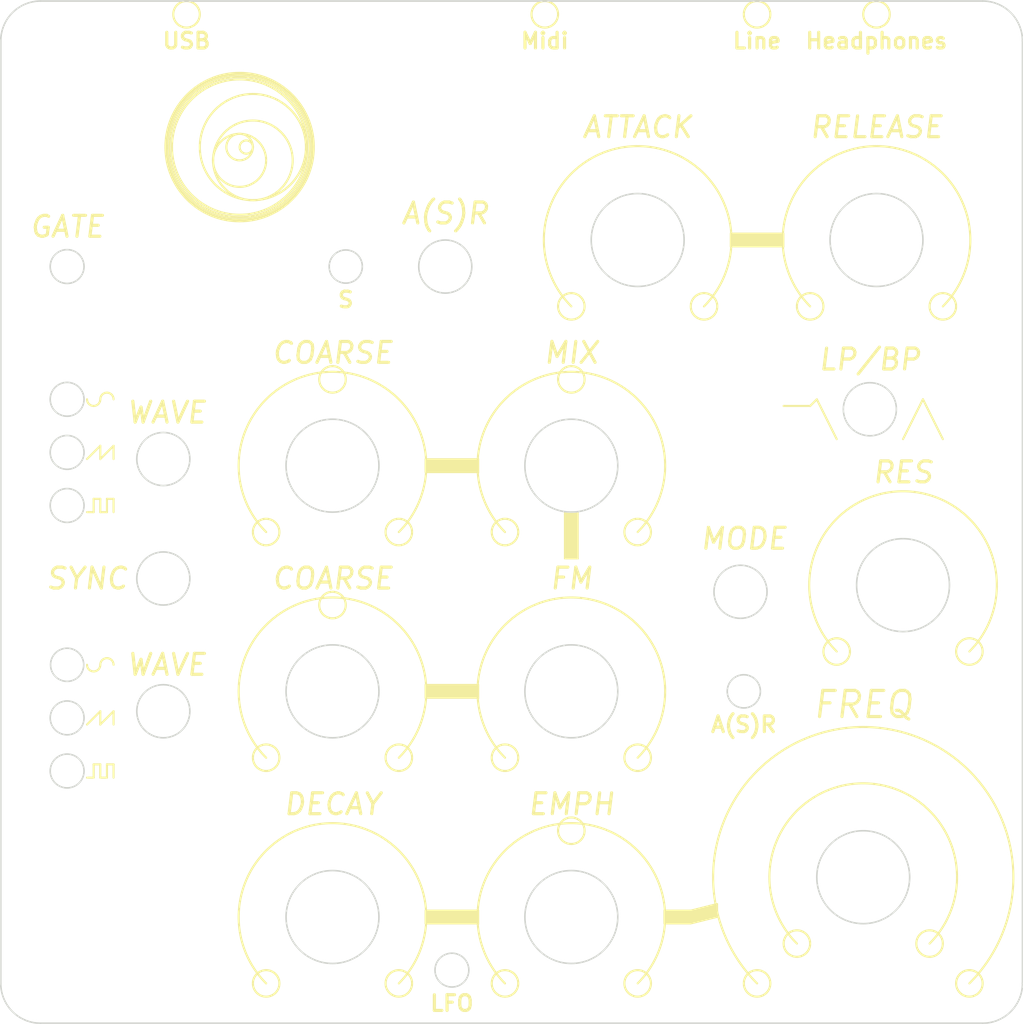
<source format=kicad_pcb>
(kicad_pcb (version 20171114) (host pcbnew "(2017-11-24 revision 9df938484)-makepkg")

  (general
    (thickness 1.6)
    (drawings 147)
    (tracks 0)
    (zones 0)
    (modules 0)
    (nets 2)
  )

  (page A4)
  (layers
    (0 F.Cu signal)
    (31 B.Cu signal)
    (32 B.Adhes user)
    (33 F.Adhes user)
    (34 B.Paste user)
    (35 F.Paste user)
    (36 B.SilkS user)
    (37 F.SilkS user)
    (38 B.Mask user)
    (39 F.Mask user)
    (40 Dwgs.User user)
    (41 Cmts.User user)
    (42 Eco1.User user)
    (43 Eco2.User user)
    (44 Edge.Cuts user)
    (45 Margin user)
    (46 B.CrtYd user)
    (47 F.CrtYd user)
    (48 B.Fab user)
    (49 F.Fab user)
  )

  (setup
    (last_trace_width 0.25)
    (trace_clearance 0.2)
    (zone_clearance 0.508)
    (zone_45_only no)
    (trace_min 0.2)
    (segment_width 0.2)
    (edge_width 0.15)
    (via_size 0.8)
    (via_drill 0.4)
    (via_min_size 0.4)
    (via_min_drill 0.3)
    (uvia_size 0.3)
    (uvia_drill 0.1)
    (uvias_allowed no)
    (uvia_min_size 0.2)
    (uvia_min_drill 0.1)
    (pcb_text_width 0.3)
    (pcb_text_size 1.5 1.5)
    (mod_edge_width 0.15)
    (mod_text_size 1 1)
    (mod_text_width 0.15)
    (pad_size 2.49936 2.49936)
    (pad_drill 1.3)
    (pad_to_mask_clearance 0.2)
    (aux_axis_origin 0 0)
    (visible_elements 7FFFFFFF)
    (pcbplotparams
      (layerselection 0x010fc_ffffffff)
      (usegerberextensions false)
      (usegerberattributes false)
      (usegerberadvancedattributes false)
      (creategerberjobfile false)
      (excludeedgelayer true)
      (linewidth 0.100000)
      (plotframeref false)
      (viasonmask false)
      (mode 1)
      (useauxorigin false)
      (hpglpennumber 1)
      (hpglpenspeed 20)
      (hpglpendiameter 15)
      (psnegative false)
      (psa4output false)
      (plotreference true)
      (plotvalue true)
      (plotinvisibletext false)
      (padsonsilk false)
      (subtractmaskfromsilk false)
      (outputformat 1)
      (mirror false)
      (drillshape 1)
      (scaleselection 1)
      (outputdirectory ""))
  )

  (net 0 "")
  (net 1 GND)

  (net_class Default "Ceci est la Netclass par défaut."
    (clearance 0.2)
    (trace_width 0.25)
    (via_dia 0.8)
    (via_drill 0.4)
    (uvia_dia 0.3)
    (uvia_drill 0.1)
  )

  (gr_circle (center 38.1 30.48) (end 41.148 36.703) (layer F.SilkS) (width 0.2))
  (gr_circle (center 38.1 30.48) (end 41.402 24.638) (layer F.SilkS) (width 0.2))
  (gr_circle (center 38.1 30.48) (end 45.085 31.75) (layer F.SilkS) (width 0.2))
  (gr_line (start 103.505 54.61) (end 105.41 58.42) (layer F.SilkS) (width 0.2))
  (gr_line (start 101.6 58.42) (end 103.505 54.61) (layer F.SilkS) (width 0.2))
  (gr_line (start 93.345 54.61) (end 95.25 58.42) (layer F.SilkS) (width 0.2))
  (gr_line (start 92.71 55.245) (end 93.345 54.61) (layer F.SilkS) (width 0.2))
  (gr_line (start 90.17 55.245) (end 92.71 55.245) (layer F.SilkS) (width 0.2))
  (gr_circle (center 38.735 30.48) (end 38.1 30.48) (layer F.SilkS) (width 0.2))
  (gr_circle (center 38.1 30.48) (end 38.1 31.75) (layer F.SilkS) (width 0.2))
  (gr_circle (center 38.1 31.75) (end 40.64 31.75) (layer F.SilkS) (width 0.2))
  (gr_circle (center 39.37 31.75) (end 39.37 27.94) (layer F.SilkS) (width 0.2))
  (gr_circle (center 39.37 30.48) (end 44.45 30.48) (layer F.SilkS) (width 0.2))
  (gr_circle (center 38.1 30.48) (end 44.45 31.75) (layer F.SilkS) (width 0.2))
  (gr_text USB (at 33.02 20.32) (layer F.SilkS)
    (effects (font (size 1.5 1.5) (thickness 0.3)))
  )
  (gr_circle (center 33.02 17.78) (end 34.29 17.78) (layer F.SilkS) (width 0.2))
  (gr_text Midi (at 67.31 20.32) (layer F.SilkS)
    (effects (font (size 1.5 1.5) (thickness 0.3)))
  )
  (gr_circle (center 67.31 17.78) (end 68.58 17.78) (layer F.SilkS) (width 0.2))
  (gr_text Headphones (at 99.06 20.32) (layer F.SilkS)
    (effects (font (size 1.5 1.5) (thickness 0.3)))
  )
  (gr_text "Line\n" (at 87.63 20.32) (layer F.SilkS)
    (effects (font (size 1.5 1.5) (thickness 0.3)))
  )
  (gr_circle (center 87.63 17.78) (end 87.63 19.05) (layer F.SilkS) (width 0.2))
  (gr_circle (center 99.06 17.78) (end 99.06 19.05) (layer F.SilkS) (width 0.2))
  (gr_text GATE (at 21.59 38.1) (layer F.SilkS)
    (effects (font (size 2 2) (thickness 0.3) italic))
  )
  (gr_poly (pts (xy 90.17 38.735) (xy 90.17 40.005) (xy 85.09 40.005) (xy 85.09 38.735)) (layer F.SilkS) (width 0.15))
  (gr_poly (pts (xy 78.74 103.505) (xy 81.28 103.505) (xy 83.82 102.87) (xy 83.82 104.14) (xy 81.28 104.775) (xy 78.74 104.775)) (layer F.SilkS) (width 0.15))
  (gr_poly (pts (xy 55.88 103.505) (xy 55.88 104.775) (xy 60.96 104.775) (xy 60.96 103.505)) (layer F.SilkS) (width 0.15))
  (gr_poly (pts (xy 69.215 65.405) (xy 69.215 69.85) (xy 70.485 69.85) (xy 70.485 65.405)) (layer F.SilkS) (width 0.15))
  (gr_poly (pts (xy 55.88 83.185) (xy 55.88 81.915) (xy 60.96 81.915) (xy 60.96 83.185)) (layer F.SilkS) (width 0.15))
  (gr_poly (pts (xy 55.88 60.325) (xy 55.88 61.595) (xy 60.96 61.595) (xy 60.96 60.325)) (layer F.SilkS) (width 0.15))
  (gr_text S (at 48.26 45.085) (layer F.SilkS)
    (effects (font (size 1.5 1.5) (thickness 0.3)))
  )
  (gr_text "A(S)R" (at 57.785 36.83) (layer F.SilkS)
    (effects (font (size 2 2) (thickness 0.3) italic))
  )
  (gr_text LFO (at 58.42 112.395) (layer F.SilkS)
    (effects (font (size 1.5 1.5) (thickness 0.3)))
  )
  (gr_text "A(S)R" (at 86.36 85.725) (layer F.SilkS)
    (effects (font (size 1.5 1.5) (thickness 0.3)))
  )
  (gr_text MODE (at 86.36 67.945) (layer F.SilkS)
    (effects (font (size 2 2) (thickness 0.3) italic))
  )
  (gr_text LP/BP (at 98.425 50.8) (layer F.SilkS)
    (effects (font (size 2 2) (thickness 0.3) italic))
  )
  (gr_text RELEASE (at 99.06 28.575) (layer F.SilkS)
    (effects (font (size 2 2) (thickness 0.3) italic))
  )
  (gr_text ATTACK (at 76.2 28.575) (layer F.SilkS)
    (effects (font (size 2 2) (thickness 0.3) italic))
  )
  (gr_text FREQ (at 97.79 83.82) (layer F.SilkS)
    (effects (font (size 2.5 2.5) (thickness 0.3) italic))
  )
  (gr_text RES (at 101.6 61.595) (layer F.SilkS)
    (effects (font (size 2 2) (thickness 0.3) italic))
  )
  (gr_text EMPH (at 69.85 93.345) (layer F.SilkS)
    (effects (font (size 2 2) (thickness 0.3) italic))
  )
  (gr_text FM (at 69.85 71.755) (layer F.SilkS)
    (effects (font (size 2 2) (thickness 0.3) italic))
  )
  (gr_text MIX (at 69.85 50.165) (layer F.SilkS)
    (effects (font (size 2 2) (thickness 0.3) italic))
  )
  (gr_text DECAY (at 46.99 93.345) (layer F.SilkS)
    (effects (font (size 2 2) (thickness 0.3) italic))
  )
  (gr_text SYNC (at 23.495 71.755) (layer F.SilkS)
    (effects (font (size 2 2) (thickness 0.3) italic))
  )
  (gr_text WAVE (at 31.115 80.01) (layer F.SilkS)
    (effects (font (size 2 2) (thickness 0.3) italic))
  )
  (gr_text WAVE (at 31.115 55.88) (layer F.SilkS)
    (effects (font (size 2 2) (thickness 0.3) italic))
  )
  (gr_text COARSE (at 46.99 71.755) (layer F.SilkS)
    (effects (font (size 2 2) (thickness 0.3) italic))
  )
  (gr_text COARSE (at 46.99 50.165) (layer F.SilkS)
    (effects (font (size 2 2) (thickness 0.3) italic))
  )
  (gr_circle (center 46.99 52.705) (end 46.99 53.975) (layer F.SilkS) (width 0.2))
  (gr_circle (center 107.95 78.74) (end 107.95 80.01) (layer F.SilkS) (width 0.2))
  (gr_circle (center 95.25 78.74) (end 95.25 80.01) (layer F.SilkS) (width 0.2))
  (gr_circle (center 87.63 110.49) (end 87.63 111.76) (layer F.SilkS) (width 0.2))
  (gr_circle (center 107.95 110.49) (end 107.95 111.76) (layer F.SilkS) (width 0.2))
  (gr_arc (start 97.79 100.33) (end 107.949999 110.489999) (angle -270) (layer F.SilkS) (width 0.2))
  (gr_circle (center 91.44 106.68) (end 91.44 107.95) (layer F.SilkS) (width 0.2))
  (gr_circle (center 104.14 106.68) (end 104.14 107.95) (layer F.SilkS) (width 0.2))
  (gr_circle (center 69.85 95.885) (end 69.85 97.155) (layer F.SilkS) (width 0.2))
  (gr_circle (center 105.41 45.72) (end 105.41 46.99) (layer F.SilkS) (width 0.2))
  (gr_circle (center 92.71 45.72) (end 92.71 46.99) (layer F.SilkS) (width 0.2))
  (gr_circle (center 82.55 45.72) (end 82.55 46.99) (layer F.SilkS) (width 0.2))
  (gr_circle (center 69.85 45.72) (end 69.85 46.99) (layer F.SilkS) (width 0.2))
  (gr_arc (start 99.06 39.37) (end 105.409999 45.719999) (angle -270) (layer F.SilkS) (width 0.2))
  (gr_arc (start 76.2 39.37) (end 82.549999 45.719999) (angle -270) (layer F.SilkS) (width 0.2))
  (gr_arc (start 101.6 72.39) (end 107.949999 78.739999) (angle -270) (layer F.SilkS) (width 0.2))
  (gr_arc (start 97.79 100.33) (end 104.139999 106.679999) (angle -270) (layer F.SilkS) (width 0.2))
  (gr_circle (center 76.2 110.49) (end 76.2 111.76) (layer F.SilkS) (width 0.2))
  (gr_circle (center 63.5 110.49) (end 63.5 111.76) (layer F.SilkS) (width 0.2))
  (gr_circle (center 53.34 110.49) (end 53.34 111.76) (layer F.SilkS) (width 0.2))
  (gr_circle (center 40.64 110.49) (end 40.64 111.76) (layer F.SilkS) (width 0.2))
  (gr_arc (start 69.85 104.14) (end 76.199999 110.489999) (angle -270) (layer F.SilkS) (width 0.2))
  (gr_arc (start 46.99 104.14) (end 53.339999 110.489999) (angle -270) (layer F.SilkS) (width 0.2))
  (gr_circle (center 76.2 88.9) (end 76.2 90.17) (layer F.SilkS) (width 0.2))
  (gr_circle (center 63.5 88.9) (end 63.5 90.17) (layer F.SilkS) (width 0.2))
  (gr_arc (start 69.85 82.55) (end 76.199999 88.899999) (angle -270) (layer F.SilkS) (width 0.2))
  (gr_circle (center 46.99 74.295) (end 46.99 75.565) (layer F.SilkS) (width 0.2))
  (gr_circle (center 53.34 88.9) (end 53.34 90.17) (layer F.SilkS) (width 0.2))
  (gr_circle (center 40.64 88.9) (end 40.64 90.17) (layer F.SilkS) (width 0.2))
  (gr_arc (start 46.99 82.55) (end 53.339999 88.899999) (angle -270) (layer F.SilkS) (width 0.2))
  (gr_circle (center 76.2 67.31) (end 76.2 68.58) (layer F.SilkS) (width 0.2))
  (gr_circle (center 63.5 67.31) (end 63.5 68.58) (layer F.SilkS) (width 0.2))
  (gr_circle (center 53.34 67.31) (end 53.34 68.58) (layer F.SilkS) (width 0.2))
  (gr_circle (center 40.64 67.31) (end 40.64 68.58) (layer F.SilkS) (width 0.2))
  (gr_circle (center 69.85 52.705) (end 69.85 53.975) (layer F.SilkS) (width 0.2))
  (gr_arc (start 69.85 60.96) (end 76.199999 67.309999) (angle -270) (layer F.SilkS) (width 0.2))
  (gr_arc (start 46.99 60.96) (end 53.339999 67.309999) (angle -270) (layer F.SilkS) (width 0.2))
  (gr_arc (start 25.4 80.01) (end 26.035 80.01) (angle -180) (layer F.SilkS) (width 0.2))
  (gr_arc (start 24.13 80.01) (end 23.495 80.01) (angle -180) (layer F.SilkS) (width 0.2))
  (gr_line (start 26.035 64.135) (end 26.035 65.405) (layer F.SilkS) (width 0.2))
  (gr_line (start 26.035 89.535) (end 26.035 90.805) (layer F.SilkS) (width 0.2))
  (gr_line (start 25.4 89.535) (end 26.035 89.535) (layer F.SilkS) (width 0.2))
  (gr_line (start 25.4 90.805) (end 25.4 89.535) (layer F.SilkS) (width 0.2))
  (gr_line (start 24.765 90.805) (end 25.4 90.805) (layer F.SilkS) (width 0.2))
  (gr_line (start 24.765 89.535) (end 24.765 90.805) (layer F.SilkS) (width 0.2))
  (gr_line (start 24.13 89.535) (end 24.765 89.535) (layer F.SilkS) (width 0.2))
  (gr_line (start 24.13 90.805) (end 24.13 89.535) (layer F.SilkS) (width 0.2))
  (gr_line (start 23.495 90.805) (end 24.13 90.805) (layer F.SilkS) (width 0.2))
  (gr_line (start 26.035 84.455) (end 26.035 85.725) (layer F.SilkS) (width 0.2))
  (gr_line (start 24.765 85.725) (end 26.035 84.455) (layer F.SilkS) (width 0.2))
  (gr_line (start 24.765 84.455) (end 24.765 85.725) (layer F.SilkS) (width 0.2))
  (gr_line (start 23.495 85.725) (end 24.765 84.455) (layer F.SilkS) (width 0.2))
  (gr_line (start 25.4 64.135) (end 26.035 64.135) (layer F.SilkS) (width 0.2))
  (gr_line (start 25.4 65.405) (end 25.4 64.135) (layer F.SilkS) (width 0.2))
  (gr_line (start 24.765 65.405) (end 25.4 65.405) (layer F.SilkS) (width 0.2))
  (gr_line (start 24.765 64.135) (end 24.765 65.405) (layer F.SilkS) (width 0.2))
  (gr_line (start 24.13 64.135) (end 24.765 64.135) (layer F.SilkS) (width 0.2))
  (gr_line (start 24.13 65.405) (end 24.13 64.135) (layer F.SilkS) (width 0.2))
  (gr_line (start 23.495 65.405) (end 24.13 65.405) (layer F.SilkS) (width 0.2))
  (gr_line (start 26.035 59.055) (end 26.035 60.325) (layer F.SilkS) (width 0.2))
  (gr_line (start 24.765 60.325) (end 26.035 59.055) (layer F.SilkS) (width 0.2))
  (gr_line (start 24.765 59.055) (end 24.765 60.325) (layer F.SilkS) (width 0.2))
  (gr_line (start 23.495 60.325) (end 24.765 59.055) (layer F.SilkS) (width 0.2))
  (gr_arc (start 25.4 54.61) (end 26.035 54.61) (angle -180) (layer F.SilkS) (width 0.2))
  (gr_arc (start 24.13 54.61) (end 23.495 54.61) (angle -180) (layer F.SilkS) (width 0.2))
  (gr_line (start 113.03 110.49) (end 113.03 20.32) (layer Edge.Cuts) (width 0.15))
  (gr_line (start 19.05 114.3) (end 109.22 114.3) (layer Edge.Cuts) (width 0.15))
  (gr_line (start 15.24 20.32) (end 15.24 110.49) (layer Edge.Cuts) (width 0.15))
  (gr_line (start 109.22 16.51) (end 19.05 16.51) (layer Edge.Cuts) (width 0.15))
  (gr_arc (start 109.22 20.32) (end 113.03 20.32) (angle -90) (layer Edge.Cuts) (width 0.15))
  (gr_arc (start 109.22 110.49) (end 109.22 114.3) (angle -90) (layer Edge.Cuts) (width 0.15))
  (gr_arc (start 19.05 110.49) (end 15.24 110.49) (angle -90) (layer Edge.Cuts) (width 0.15))
  (gr_arc (start 19.05 20.32) (end 19.05 16.51) (angle -90) (layer Edge.Cuts) (width 0.15))
  (gr_circle (center 30.7975 84.455) (end 33.3375 84.455) (layer Edge.Cuts) (width 0.15) (tstamp 5A6B8410))
  (gr_circle (center 30.7975 71.755) (end 33.3375 71.755) (layer Edge.Cuts) (width 0.15) (tstamp 5A6B8404))
  (gr_circle (center 30.7975 60.325) (end 33.3375 60.325) (layer Edge.Cuts) (width 0.15) (tstamp 5A6B83F8))
  (gr_circle (center 86.0425 73.025) (end 88.5825 73.025) (layer Edge.Cuts) (width 0.15) (tstamp 5A6B83ED))
  (gr_circle (center 98.425 55.5625) (end 100.965 55.5625) (layer Edge.Cuts) (width 0.15) (tstamp 5A6B83E6))
  (gr_circle (center 57.785 41.91) (end 60.325 41.91) (layer Edge.Cuts) (width 0.15))
  (gr_circle (center 86.36 82.55) (end 87.9475 82.55) (layer Edge.Cuts) (width 0.15))
  (gr_circle (center 58.42 109.22) (end 60.0075 109.5375) (layer Edge.Cuts) (width 0.15))
  (gr_circle (center 21.59 85.09) (end 23.1775 85.4075) (layer Edge.Cuts) (width 0.15))
  (gr_circle (center 21.59 90.17) (end 23.1775 90.4875) (layer Edge.Cuts) (width 0.15))
  (gr_circle (center 21.59 80.01) (end 23.1775 80.01) (layer Edge.Cuts) (width 0.15))
  (gr_circle (center 48.26 41.91) (end 49.8475 41.91) (layer Edge.Cuts) (width 0.15))
  (gr_circle (center 21.59 41.91) (end 23.1775 42.2275) (layer Edge.Cuts) (width 0.15))
  (gr_circle (center 21.59 64.77) (end 23.1775 65.0875) (layer Edge.Cuts) (width 0.15))
  (gr_circle (center 21.59 54.61) (end 23.1775 54.9275) (layer Edge.Cuts) (width 0.15))
  (gr_circle (center 21.59 59.69) (end 23.1775 60.0075) (layer Edge.Cuts) (width 0.15))
  (gr_circle (center 97.79 100.33) (end 102.235 100.33) (layer Edge.Cuts) (width 0.15) (tstamp 5A6B816B))
  (gr_circle (center 69.85 104.14) (end 74.295 104.14) (layer Edge.Cuts) (width 0.15) (tstamp 5A6B8167))
  (gr_circle (center 46.99 104.14) (end 51.435 104.14) (layer Edge.Cuts) (width 0.15) (tstamp 5A6B8161))
  (gr_circle (center 46.99 82.55) (end 51.435 82.55) (layer Edge.Cuts) (width 0.15) (tstamp 5A6B8157))
  (gr_circle (center 69.85 82.55) (end 74.295 82.55) (layer Edge.Cuts) (width 0.15) (tstamp 5A6B8154))
  (gr_circle (center 101.6 72.39) (end 106.045 72.39) (layer Edge.Cuts) (width 0.15) (tstamp 5A6B814B))
  (gr_circle (center 69.85 60.96) (end 74.295 60.96) (layer Edge.Cuts) (width 0.15) (tstamp 5A6B8140))
  (gr_circle (center 46.99 60.96) (end 51.435 60.96) (layer Edge.Cuts) (width 0.15) (tstamp 5A6B813B))
  (gr_circle (center 99.06 39.37) (end 103.505 39.37) (layer Edge.Cuts) (width 0.15) (tstamp 5A6B8132))
  (gr_circle (center 76.2 39.37) (end 80.645 39.37) (layer Edge.Cuts) (width 0.15))

  (zone (net 1) (net_name GND) (layer F.Cu) (tstamp 0) (hatch edge 0.508)
    (connect_pads (clearance 0.508))
    (min_thickness 0.254)
    (fill yes (arc_segments 16) (thermal_gap 0.508) (thermal_bridge_width 0.508))
    (polygon
      (pts
        (xy 16.51 110.49) (xy 19.05 113.03) (xy 109.22 113.03) (xy 111.76 110.49) (xy 111.76 20.32)
        (xy 109.22 17.78) (xy 19.05 17.78) (xy 16.51 20.32)
      )
    )
  )
)

</source>
